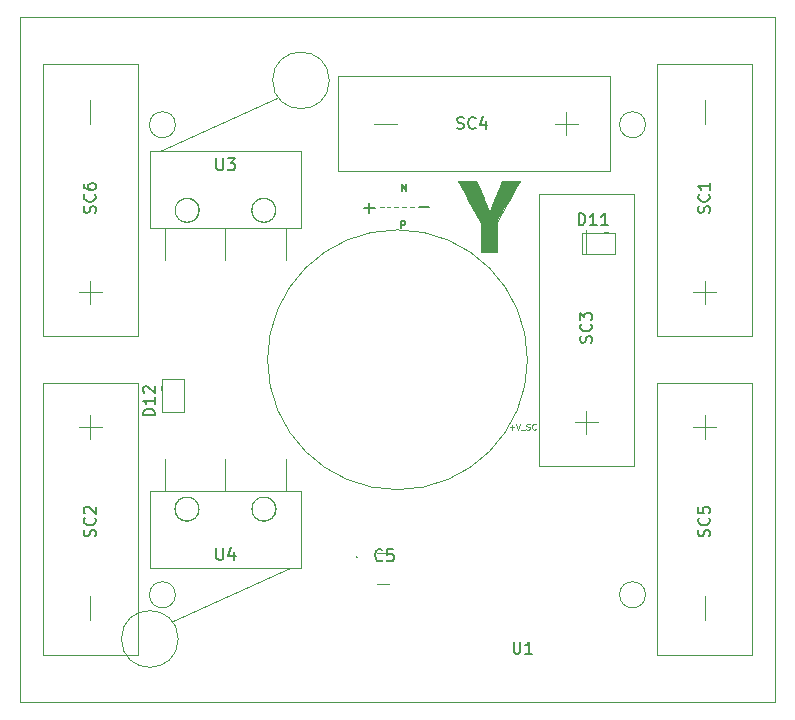
<source format=gbr>
%TF.GenerationSoftware,KiCad,Pcbnew,(5.1.4)-1*%
%TF.CreationDate,2019-10-25T20:54:23-07:00*%
%TF.ProjectId,solarpcd,736f6c61-7270-4636-942e-6b696361645f,rev?*%
%TF.SameCoordinates,Original*%
%TF.FileFunction,Legend,Top*%
%TF.FilePolarity,Positive*%
%FSLAX46Y46*%
G04 Gerber Fmt 4.6, Leading zero omitted, Abs format (unit mm)*
G04 Created by KiCad (PCBNEW (5.1.4)-1) date 2019-10-25 20:54:23*
%MOMM*%
%LPD*%
G04 APERTURE LIST*
%ADD10C,0.050000*%
%ADD11C,0.100000*%
%ADD12C,0.120000*%
%ADD13C,0.203200*%
%ADD14C,0.127000*%
%ADD15C,0.010000*%
%ADD16C,0.150000*%
G04 APERTURE END LIST*
D10*
X156000000Y-99000000D02*
G75*
G03X156000000Y-99000000I-11000000J0D01*
G01*
D11*
X154516666Y-104735714D02*
X154897619Y-104735714D01*
X154707142Y-104926190D02*
X154707142Y-104545238D01*
X155064285Y-104426190D02*
X155230952Y-104926190D01*
X155397619Y-104426190D01*
X155445238Y-104973809D02*
X155826190Y-104973809D01*
X155921428Y-104902380D02*
X155992857Y-104926190D01*
X156111904Y-104926190D01*
X156159523Y-104902380D01*
X156183333Y-104878571D01*
X156207142Y-104830952D01*
X156207142Y-104783333D01*
X156183333Y-104735714D01*
X156159523Y-104711904D01*
X156111904Y-104688095D01*
X156016666Y-104664285D01*
X155969047Y-104640476D01*
X155945238Y-104616666D01*
X155921428Y-104569047D01*
X155921428Y-104521428D01*
X155945238Y-104473809D01*
X155969047Y-104450000D01*
X156016666Y-104426190D01*
X156135714Y-104426190D01*
X156207142Y-104450000D01*
X156707142Y-104878571D02*
X156683333Y-104902380D01*
X156611904Y-104926190D01*
X156564285Y-104926190D01*
X156492857Y-104902380D01*
X156445238Y-104854761D01*
X156421428Y-104807142D01*
X156397619Y-104711904D01*
X156397619Y-104640476D01*
X156421428Y-104545238D01*
X156445238Y-104497619D01*
X156492857Y-104450000D01*
X156564285Y-104426190D01*
X156611904Y-104426190D01*
X156683333Y-104450000D01*
X156707142Y-104473809D01*
D10*
X134727563Y-111650000D02*
G75*
G03X134727563Y-111650000I-1029563J0D01*
G01*
X128202563Y-111650000D02*
G75*
G03X128202563Y-111650000I-1029563J0D01*
G01*
X134704563Y-86350000D02*
G75*
G03X134704563Y-86350000I-1029563J0D01*
G01*
X128229563Y-86350000D02*
G75*
G03X128229563Y-86350000I-1029563J0D01*
G01*
X166000000Y-79100000D02*
G75*
G03X166000000Y-79100000I-1100000J0D01*
G01*
X126200000Y-79100000D02*
G75*
G03X126200000Y-79100000I-1100000J0D01*
G01*
X166000000Y-118900000D02*
G75*
G03X166000000Y-118900000I-1100000J0D01*
G01*
D12*
X126200000Y-118900000D02*
G75*
G03X126200000Y-118900000I-1100000J0D01*
G01*
D11*
X177000000Y-70000000D02*
X113000000Y-70000000D01*
X113000000Y-128000000D02*
X177000000Y-128000000D01*
X177000000Y-128000000D02*
X177000000Y-70000000D01*
X113000000Y-70000000D02*
X113000000Y-128000000D01*
D13*
X146821071Y-86060642D02*
X147691928Y-86060642D01*
D14*
X145312190Y-87853761D02*
X145312190Y-87218761D01*
X145554095Y-87218761D01*
X145614571Y-87249000D01*
X145644809Y-87279238D01*
X145675047Y-87339714D01*
X145675047Y-87430428D01*
X145644809Y-87490904D01*
X145614571Y-87521142D01*
X145554095Y-87551380D01*
X145312190Y-87551380D01*
X145723428Y-84104238D02*
X145723428Y-84739238D01*
X145360571Y-84104238D01*
X145360571Y-84739238D01*
D13*
X142185571Y-86124142D02*
X143056428Y-86124142D01*
X142621000Y-86559571D02*
X142621000Y-85688714D01*
D12*
X143827500Y-86042500D02*
X143510000Y-86042500D01*
X145034000Y-86042500D02*
X144716500Y-86042500D01*
X144081500Y-86042500D02*
X144399000Y-86042500D01*
X145415000Y-86042500D02*
X145732500Y-86042500D01*
X146367500Y-86042500D02*
X146050000Y-86042500D01*
D15*
G36*
X152041594Y-84724875D02*
G01*
X152132989Y-84939734D01*
X152215086Y-85133253D01*
X152288698Y-85307390D01*
X152354637Y-85464106D01*
X152413714Y-85605361D01*
X152466741Y-85733115D01*
X152514530Y-85849328D01*
X152557893Y-85955960D01*
X152597642Y-86054972D01*
X152634589Y-86148323D01*
X152669545Y-86237974D01*
X152685993Y-86280625D01*
X152711452Y-86345488D01*
X152734303Y-86401116D01*
X152752841Y-86443563D01*
X152765364Y-86468881D01*
X152769600Y-86474299D01*
X152778091Y-86463295D01*
X152792329Y-86434132D01*
X152809558Y-86392586D01*
X152813526Y-86382225D01*
X152847743Y-86291852D01*
X152880809Y-86205230D01*
X152913519Y-86120401D01*
X152946673Y-86035410D01*
X152981068Y-85948299D01*
X153017500Y-85857112D01*
X153056767Y-85759891D01*
X153099668Y-85654680D01*
X153146998Y-85539521D01*
X153199557Y-85412459D01*
X153258140Y-85271535D01*
X153323546Y-85114794D01*
X153396572Y-84940279D01*
X153478016Y-84746032D01*
X153556210Y-84559775D01*
X153840245Y-83883500D01*
X155359993Y-83883500D01*
X155345097Y-83912075D01*
X155337261Y-83926191D01*
X155317614Y-83961206D01*
X155286839Y-84015905D01*
X155245623Y-84089073D01*
X155194651Y-84179495D01*
X155134608Y-84285957D01*
X155066180Y-84407245D01*
X154990051Y-84542144D01*
X154906908Y-84689439D01*
X154817436Y-84847916D01*
X154722319Y-85016360D01*
X154622244Y-85193557D01*
X154517896Y-85378293D01*
X154409960Y-85569352D01*
X154360400Y-85657070D01*
X153390600Y-87373490D01*
X153390600Y-89877900D01*
X152031700Y-89877900D01*
X152031700Y-87427888D01*
X151085550Y-85660734D01*
X150980014Y-85463590D01*
X150877783Y-85272558D01*
X150779496Y-85088836D01*
X150685793Y-84913621D01*
X150597312Y-84748110D01*
X150514694Y-84593500D01*
X150438576Y-84450990D01*
X150369599Y-84321777D01*
X150308402Y-84207057D01*
X150255625Y-84108029D01*
X150211905Y-84025890D01*
X150177883Y-83961837D01*
X150154199Y-83917068D01*
X150141490Y-83892780D01*
X150139400Y-83888539D01*
X150151736Y-83887642D01*
X150187292Y-83886796D01*
X150243886Y-83886015D01*
X150319337Y-83885314D01*
X150411465Y-83884707D01*
X150518088Y-83884207D01*
X150637027Y-83883830D01*
X150766099Y-83883590D01*
X150903125Y-83883500D01*
X151683319Y-83883500D01*
X152041594Y-84724875D01*
X152041594Y-84724875D01*
G37*
X152041594Y-84724875D02*
X152132989Y-84939734D01*
X152215086Y-85133253D01*
X152288698Y-85307390D01*
X152354637Y-85464106D01*
X152413714Y-85605361D01*
X152466741Y-85733115D01*
X152514530Y-85849328D01*
X152557893Y-85955960D01*
X152597642Y-86054972D01*
X152634589Y-86148323D01*
X152669545Y-86237974D01*
X152685993Y-86280625D01*
X152711452Y-86345488D01*
X152734303Y-86401116D01*
X152752841Y-86443563D01*
X152765364Y-86468881D01*
X152769600Y-86474299D01*
X152778091Y-86463295D01*
X152792329Y-86434132D01*
X152809558Y-86392586D01*
X152813526Y-86382225D01*
X152847743Y-86291852D01*
X152880809Y-86205230D01*
X152913519Y-86120401D01*
X152946673Y-86035410D01*
X152981068Y-85948299D01*
X153017500Y-85857112D01*
X153056767Y-85759891D01*
X153099668Y-85654680D01*
X153146998Y-85539521D01*
X153199557Y-85412459D01*
X153258140Y-85271535D01*
X153323546Y-85114794D01*
X153396572Y-84940279D01*
X153478016Y-84746032D01*
X153556210Y-84559775D01*
X153840245Y-83883500D01*
X155359993Y-83883500D01*
X155345097Y-83912075D01*
X155337261Y-83926191D01*
X155317614Y-83961206D01*
X155286839Y-84015905D01*
X155245623Y-84089073D01*
X155194651Y-84179495D01*
X155134608Y-84285957D01*
X155066180Y-84407245D01*
X154990051Y-84542144D01*
X154906908Y-84689439D01*
X154817436Y-84847916D01*
X154722319Y-85016360D01*
X154622244Y-85193557D01*
X154517896Y-85378293D01*
X154409960Y-85569352D01*
X154360400Y-85657070D01*
X153390600Y-87373490D01*
X153390600Y-89877900D01*
X152031700Y-89877900D01*
X152031700Y-87427888D01*
X151085550Y-85660734D01*
X150980014Y-85463590D01*
X150877783Y-85272558D01*
X150779496Y-85088836D01*
X150685793Y-84913621D01*
X150597312Y-84748110D01*
X150514694Y-84593500D01*
X150438576Y-84450990D01*
X150369599Y-84321777D01*
X150308402Y-84207057D01*
X150255625Y-84108029D01*
X150211905Y-84025890D01*
X150177883Y-83961837D01*
X150154199Y-83917068D01*
X150141490Y-83892780D01*
X150139400Y-83888539D01*
X150151736Y-83887642D01*
X150187292Y-83886796D01*
X150243886Y-83886015D01*
X150319337Y-83885314D01*
X150411465Y-83884707D01*
X150518088Y-83884207D01*
X150637027Y-83883830D01*
X150766099Y-83883590D01*
X150903125Y-83883500D01*
X151683319Y-83883500D01*
X152041594Y-84724875D01*
D12*
X135529000Y-107442000D02*
X135529000Y-110042000D01*
X130429000Y-107442000D02*
X130429000Y-110042000D01*
X125329000Y-107442000D02*
X125329000Y-110042000D01*
X136829000Y-116642000D02*
X124029000Y-116642000D01*
X124029000Y-110142000D02*
X124029000Y-116642000D01*
X124029000Y-110142000D02*
X136829000Y-110142000D01*
X136829000Y-116642000D02*
X136829000Y-110142000D01*
X128179000Y-111642000D02*
G75*
G03X128179000Y-111642000I-1000000J0D01*
G01*
X134679000Y-111642000D02*
G75*
G03X134679000Y-111642000I-1000000J0D01*
G01*
X126429000Y-122642000D02*
G75*
G03X126429000Y-122642000I-2400000J0D01*
G01*
X135929000Y-116642000D02*
X126029000Y-121142000D01*
X125329000Y-90551000D02*
X125329000Y-87951000D01*
X130429000Y-90551000D02*
X130429000Y-87951000D01*
X135529000Y-90551000D02*
X135529000Y-87951000D01*
X124029000Y-81351000D02*
X136829000Y-81351000D01*
X136829000Y-87851000D02*
X136829000Y-81351000D01*
X136829000Y-87851000D02*
X124029000Y-87851000D01*
X124029000Y-81351000D02*
X124029000Y-87851000D01*
X134679000Y-86351000D02*
G75*
G03X134679000Y-86351000I-1000000J0D01*
G01*
X128179000Y-86351000D02*
G75*
G03X128179000Y-86351000I-1000000J0D01*
G01*
X139229000Y-75351000D02*
G75*
G03X139229000Y-75351000I-2400000J0D01*
G01*
X124929000Y-81351000D02*
X134829000Y-76851000D01*
D11*
X143264000Y-115349500D02*
X144264000Y-115346500D01*
X143264000Y-117949500D02*
X144264000Y-117956500D01*
X141564000Y-115699500D02*
X141564000Y-115699500D01*
X141464000Y-115699500D02*
X141464000Y-115699500D01*
X141464000Y-115699500D02*
G75*
G02X141564000Y-115699500I50000J0D01*
G01*
X141564000Y-115699500D02*
G75*
G02X141464000Y-115699500I-50000J0D01*
G01*
D12*
X115000000Y-97000000D02*
X115000000Y-74000000D01*
X115000000Y-74000000D02*
X123000000Y-74000000D01*
X123000000Y-74000000D02*
X123000000Y-97000000D01*
X123000000Y-97000000D02*
X115000000Y-97000000D01*
X118000000Y-93300000D02*
X120000000Y-93300000D01*
X119000000Y-94300000D02*
X119000000Y-92300000D01*
X119000000Y-79000000D02*
X119000000Y-77000000D01*
X175000000Y-101000000D02*
X175000000Y-124000000D01*
X175000000Y-124000000D02*
X167000000Y-124000000D01*
X167000000Y-124000000D02*
X167000000Y-101000000D01*
X167000000Y-101000000D02*
X175000000Y-101000000D01*
X172000000Y-104700000D02*
X170000000Y-104700000D01*
X171000000Y-103700000D02*
X171000000Y-105700000D01*
X171000000Y-119000000D02*
X171000000Y-121000000D01*
X163000000Y-83000000D02*
X140000000Y-83000000D01*
X140000000Y-83000000D02*
X140000000Y-75000000D01*
X140000000Y-75000000D02*
X163000000Y-75000000D01*
X163000000Y-75000000D02*
X163000000Y-83000000D01*
X159300000Y-80000000D02*
X159300000Y-78000000D01*
X160300000Y-79000000D02*
X158300000Y-79000000D01*
X145000000Y-79000000D02*
X143000000Y-79000000D01*
X157000000Y-108000000D02*
X157000000Y-85000000D01*
X157000000Y-85000000D02*
X165000000Y-85000000D01*
X165000000Y-85000000D02*
X165000000Y-108000000D01*
X165000000Y-108000000D02*
X157000000Y-108000000D01*
X160000000Y-104300000D02*
X162000000Y-104300000D01*
X161000000Y-105300000D02*
X161000000Y-103300000D01*
X161000000Y-90000000D02*
X161000000Y-88000000D01*
X123000000Y-101000000D02*
X123000000Y-124000000D01*
X123000000Y-124000000D02*
X115000000Y-124000000D01*
X115000000Y-124000000D02*
X115000000Y-101000000D01*
X115000000Y-101000000D02*
X123000000Y-101000000D01*
X120000000Y-104700000D02*
X118000000Y-104700000D01*
X119000000Y-103700000D02*
X119000000Y-105700000D01*
X119000000Y-119000000D02*
X119000000Y-121000000D01*
X167000000Y-97000000D02*
X167000000Y-74000000D01*
X167000000Y-74000000D02*
X175000000Y-74000000D01*
X175000000Y-74000000D02*
X175000000Y-97000000D01*
X175000000Y-97000000D02*
X167000000Y-97000000D01*
X170000000Y-93300000D02*
X172000000Y-93300000D01*
X171000000Y-94300000D02*
X171000000Y-92300000D01*
X171000000Y-79000000D02*
X171000000Y-77000000D01*
X126900000Y-103400000D02*
X125100000Y-103400000D01*
X125100000Y-103400000D02*
X125100000Y-100600000D01*
X125100000Y-100600000D02*
X126900000Y-100600000D01*
X126900000Y-100600000D02*
X126900000Y-103400000D01*
X125000000Y-101200000D02*
X125000000Y-101600000D01*
X160652000Y-90054000D02*
X160652000Y-88254000D01*
X160652000Y-88254000D02*
X163452000Y-88254000D01*
X163452000Y-88254000D02*
X163452000Y-90054000D01*
X163452000Y-90054000D02*
X160652000Y-90054000D01*
X162852000Y-88154000D02*
X162452000Y-88154000D01*
D16*
X143724333Y-115954142D02*
X143676714Y-116001761D01*
X143533857Y-116049380D01*
X143438619Y-116049380D01*
X143295761Y-116001761D01*
X143200523Y-115906523D01*
X143152904Y-115811285D01*
X143105285Y-115620809D01*
X143105285Y-115477952D01*
X143152904Y-115287476D01*
X143200523Y-115192238D01*
X143295761Y-115097000D01*
X143438619Y-115049380D01*
X143533857Y-115049380D01*
X143676714Y-115097000D01*
X143724333Y-115144619D01*
X144629095Y-115049380D02*
X144152904Y-115049380D01*
X144105285Y-115525571D01*
X144152904Y-115477952D01*
X144248142Y-115430333D01*
X144486238Y-115430333D01*
X144581476Y-115477952D01*
X144629095Y-115525571D01*
X144676714Y-115620809D01*
X144676714Y-115858904D01*
X144629095Y-115954142D01*
X144581476Y-116001761D01*
X144486238Y-116049380D01*
X144248142Y-116049380D01*
X144152904Y-116001761D01*
X144105285Y-115954142D01*
X129667095Y-114944380D02*
X129667095Y-115753904D01*
X129714714Y-115849142D01*
X129762333Y-115896761D01*
X129857571Y-115944380D01*
X130048047Y-115944380D01*
X130143285Y-115896761D01*
X130190904Y-115849142D01*
X130238523Y-115753904D01*
X130238523Y-114944380D01*
X131143285Y-115277714D02*
X131143285Y-115944380D01*
X130905190Y-114896761D02*
X130667095Y-115611047D01*
X131286142Y-115611047D01*
X129667095Y-81953380D02*
X129667095Y-82762904D01*
X129714714Y-82858142D01*
X129762333Y-82905761D01*
X129857571Y-82953380D01*
X130048047Y-82953380D01*
X130143285Y-82905761D01*
X130190904Y-82858142D01*
X130238523Y-82762904D01*
X130238523Y-81953380D01*
X130619476Y-81953380D02*
X131238523Y-81953380D01*
X130905190Y-82334333D01*
X131048047Y-82334333D01*
X131143285Y-82381952D01*
X131190904Y-82429571D01*
X131238523Y-82524809D01*
X131238523Y-82762904D01*
X131190904Y-82858142D01*
X131143285Y-82905761D01*
X131048047Y-82953380D01*
X130762333Y-82953380D01*
X130667095Y-82905761D01*
X130619476Y-82858142D01*
X154834095Y-122882380D02*
X154834095Y-123691904D01*
X154881714Y-123787142D01*
X154929333Y-123834761D01*
X155024571Y-123882380D01*
X155215047Y-123882380D01*
X155310285Y-123834761D01*
X155357904Y-123787142D01*
X155405523Y-123691904D01*
X155405523Y-122882380D01*
X156405523Y-123882380D02*
X155834095Y-123882380D01*
X156119809Y-123882380D02*
X156119809Y-122882380D01*
X156024571Y-123025238D01*
X155929333Y-123120476D01*
X155834095Y-123168095D01*
X119404761Y-86561904D02*
X119452380Y-86419047D01*
X119452380Y-86180952D01*
X119404761Y-86085714D01*
X119357142Y-86038095D01*
X119261904Y-85990476D01*
X119166666Y-85990476D01*
X119071428Y-86038095D01*
X119023809Y-86085714D01*
X118976190Y-86180952D01*
X118928571Y-86371428D01*
X118880952Y-86466666D01*
X118833333Y-86514285D01*
X118738095Y-86561904D01*
X118642857Y-86561904D01*
X118547619Y-86514285D01*
X118500000Y-86466666D01*
X118452380Y-86371428D01*
X118452380Y-86133333D01*
X118500000Y-85990476D01*
X119357142Y-84990476D02*
X119404761Y-85038095D01*
X119452380Y-85180952D01*
X119452380Y-85276190D01*
X119404761Y-85419047D01*
X119309523Y-85514285D01*
X119214285Y-85561904D01*
X119023809Y-85609523D01*
X118880952Y-85609523D01*
X118690476Y-85561904D01*
X118595238Y-85514285D01*
X118500000Y-85419047D01*
X118452380Y-85276190D01*
X118452380Y-85180952D01*
X118500000Y-85038095D01*
X118547619Y-84990476D01*
X118452380Y-84133333D02*
X118452380Y-84323809D01*
X118500000Y-84419047D01*
X118547619Y-84466666D01*
X118690476Y-84561904D01*
X118880952Y-84609523D01*
X119261904Y-84609523D01*
X119357142Y-84561904D01*
X119404761Y-84514285D01*
X119452380Y-84419047D01*
X119452380Y-84228571D01*
X119404761Y-84133333D01*
X119357142Y-84085714D01*
X119261904Y-84038095D01*
X119023809Y-84038095D01*
X118928571Y-84085714D01*
X118880952Y-84133333D01*
X118833333Y-84228571D01*
X118833333Y-84419047D01*
X118880952Y-84514285D01*
X118928571Y-84561904D01*
X119023809Y-84609523D01*
X171404761Y-113961904D02*
X171452380Y-113819047D01*
X171452380Y-113580952D01*
X171404761Y-113485714D01*
X171357142Y-113438095D01*
X171261904Y-113390476D01*
X171166666Y-113390476D01*
X171071428Y-113438095D01*
X171023809Y-113485714D01*
X170976190Y-113580952D01*
X170928571Y-113771428D01*
X170880952Y-113866666D01*
X170833333Y-113914285D01*
X170738095Y-113961904D01*
X170642857Y-113961904D01*
X170547619Y-113914285D01*
X170500000Y-113866666D01*
X170452380Y-113771428D01*
X170452380Y-113533333D01*
X170500000Y-113390476D01*
X171357142Y-112390476D02*
X171404761Y-112438095D01*
X171452380Y-112580952D01*
X171452380Y-112676190D01*
X171404761Y-112819047D01*
X171309523Y-112914285D01*
X171214285Y-112961904D01*
X171023809Y-113009523D01*
X170880952Y-113009523D01*
X170690476Y-112961904D01*
X170595238Y-112914285D01*
X170500000Y-112819047D01*
X170452380Y-112676190D01*
X170452380Y-112580952D01*
X170500000Y-112438095D01*
X170547619Y-112390476D01*
X170452380Y-111485714D02*
X170452380Y-111961904D01*
X170928571Y-112009523D01*
X170880952Y-111961904D01*
X170833333Y-111866666D01*
X170833333Y-111628571D01*
X170880952Y-111533333D01*
X170928571Y-111485714D01*
X171023809Y-111438095D01*
X171261904Y-111438095D01*
X171357142Y-111485714D01*
X171404761Y-111533333D01*
X171452380Y-111628571D01*
X171452380Y-111866666D01*
X171404761Y-111961904D01*
X171357142Y-112009523D01*
X150038095Y-79404761D02*
X150180952Y-79452380D01*
X150419047Y-79452380D01*
X150514285Y-79404761D01*
X150561904Y-79357142D01*
X150609523Y-79261904D01*
X150609523Y-79166666D01*
X150561904Y-79071428D01*
X150514285Y-79023809D01*
X150419047Y-78976190D01*
X150228571Y-78928571D01*
X150133333Y-78880952D01*
X150085714Y-78833333D01*
X150038095Y-78738095D01*
X150038095Y-78642857D01*
X150085714Y-78547619D01*
X150133333Y-78500000D01*
X150228571Y-78452380D01*
X150466666Y-78452380D01*
X150609523Y-78500000D01*
X151609523Y-79357142D02*
X151561904Y-79404761D01*
X151419047Y-79452380D01*
X151323809Y-79452380D01*
X151180952Y-79404761D01*
X151085714Y-79309523D01*
X151038095Y-79214285D01*
X150990476Y-79023809D01*
X150990476Y-78880952D01*
X151038095Y-78690476D01*
X151085714Y-78595238D01*
X151180952Y-78500000D01*
X151323809Y-78452380D01*
X151419047Y-78452380D01*
X151561904Y-78500000D01*
X151609523Y-78547619D01*
X152466666Y-78785714D02*
X152466666Y-79452380D01*
X152228571Y-78404761D02*
X151990476Y-79119047D01*
X152609523Y-79119047D01*
X161404761Y-97561904D02*
X161452380Y-97419047D01*
X161452380Y-97180952D01*
X161404761Y-97085714D01*
X161357142Y-97038095D01*
X161261904Y-96990476D01*
X161166666Y-96990476D01*
X161071428Y-97038095D01*
X161023809Y-97085714D01*
X160976190Y-97180952D01*
X160928571Y-97371428D01*
X160880952Y-97466666D01*
X160833333Y-97514285D01*
X160738095Y-97561904D01*
X160642857Y-97561904D01*
X160547619Y-97514285D01*
X160500000Y-97466666D01*
X160452380Y-97371428D01*
X160452380Y-97133333D01*
X160500000Y-96990476D01*
X161357142Y-95990476D02*
X161404761Y-96038095D01*
X161452380Y-96180952D01*
X161452380Y-96276190D01*
X161404761Y-96419047D01*
X161309523Y-96514285D01*
X161214285Y-96561904D01*
X161023809Y-96609523D01*
X160880952Y-96609523D01*
X160690476Y-96561904D01*
X160595238Y-96514285D01*
X160500000Y-96419047D01*
X160452380Y-96276190D01*
X160452380Y-96180952D01*
X160500000Y-96038095D01*
X160547619Y-95990476D01*
X160452380Y-95657142D02*
X160452380Y-95038095D01*
X160833333Y-95371428D01*
X160833333Y-95228571D01*
X160880952Y-95133333D01*
X160928571Y-95085714D01*
X161023809Y-95038095D01*
X161261904Y-95038095D01*
X161357142Y-95085714D01*
X161404761Y-95133333D01*
X161452380Y-95228571D01*
X161452380Y-95514285D01*
X161404761Y-95609523D01*
X161357142Y-95657142D01*
X119404761Y-113961904D02*
X119452380Y-113819047D01*
X119452380Y-113580952D01*
X119404761Y-113485714D01*
X119357142Y-113438095D01*
X119261904Y-113390476D01*
X119166666Y-113390476D01*
X119071428Y-113438095D01*
X119023809Y-113485714D01*
X118976190Y-113580952D01*
X118928571Y-113771428D01*
X118880952Y-113866666D01*
X118833333Y-113914285D01*
X118738095Y-113961904D01*
X118642857Y-113961904D01*
X118547619Y-113914285D01*
X118500000Y-113866666D01*
X118452380Y-113771428D01*
X118452380Y-113533333D01*
X118500000Y-113390476D01*
X119357142Y-112390476D02*
X119404761Y-112438095D01*
X119452380Y-112580952D01*
X119452380Y-112676190D01*
X119404761Y-112819047D01*
X119309523Y-112914285D01*
X119214285Y-112961904D01*
X119023809Y-113009523D01*
X118880952Y-113009523D01*
X118690476Y-112961904D01*
X118595238Y-112914285D01*
X118500000Y-112819047D01*
X118452380Y-112676190D01*
X118452380Y-112580952D01*
X118500000Y-112438095D01*
X118547619Y-112390476D01*
X118547619Y-112009523D02*
X118500000Y-111961904D01*
X118452380Y-111866666D01*
X118452380Y-111628571D01*
X118500000Y-111533333D01*
X118547619Y-111485714D01*
X118642857Y-111438095D01*
X118738095Y-111438095D01*
X118880952Y-111485714D01*
X119452380Y-112057142D01*
X119452380Y-111438095D01*
X171404761Y-86561904D02*
X171452380Y-86419047D01*
X171452380Y-86180952D01*
X171404761Y-86085714D01*
X171357142Y-86038095D01*
X171261904Y-85990476D01*
X171166666Y-85990476D01*
X171071428Y-86038095D01*
X171023809Y-86085714D01*
X170976190Y-86180952D01*
X170928571Y-86371428D01*
X170880952Y-86466666D01*
X170833333Y-86514285D01*
X170738095Y-86561904D01*
X170642857Y-86561904D01*
X170547619Y-86514285D01*
X170500000Y-86466666D01*
X170452380Y-86371428D01*
X170452380Y-86133333D01*
X170500000Y-85990476D01*
X171357142Y-84990476D02*
X171404761Y-85038095D01*
X171452380Y-85180952D01*
X171452380Y-85276190D01*
X171404761Y-85419047D01*
X171309523Y-85514285D01*
X171214285Y-85561904D01*
X171023809Y-85609523D01*
X170880952Y-85609523D01*
X170690476Y-85561904D01*
X170595238Y-85514285D01*
X170500000Y-85419047D01*
X170452380Y-85276190D01*
X170452380Y-85180952D01*
X170500000Y-85038095D01*
X170547619Y-84990476D01*
X171452380Y-84038095D02*
X171452380Y-84609523D01*
X171452380Y-84323809D02*
X170452380Y-84323809D01*
X170595238Y-84419047D01*
X170690476Y-84514285D01*
X170738095Y-84609523D01*
X124452380Y-103714285D02*
X123452380Y-103714285D01*
X123452380Y-103476190D01*
X123500000Y-103333333D01*
X123595238Y-103238095D01*
X123690476Y-103190476D01*
X123880952Y-103142857D01*
X124023809Y-103142857D01*
X124214285Y-103190476D01*
X124309523Y-103238095D01*
X124404761Y-103333333D01*
X124452380Y-103476190D01*
X124452380Y-103714285D01*
X124452380Y-102190476D02*
X124452380Y-102761904D01*
X124452380Y-102476190D02*
X123452380Y-102476190D01*
X123595238Y-102571428D01*
X123690476Y-102666666D01*
X123738095Y-102761904D01*
X123547619Y-101809523D02*
X123500000Y-101761904D01*
X123452380Y-101666666D01*
X123452380Y-101428571D01*
X123500000Y-101333333D01*
X123547619Y-101285714D01*
X123642857Y-101238095D01*
X123738095Y-101238095D01*
X123880952Y-101285714D01*
X124452380Y-101857142D01*
X124452380Y-101238095D01*
X160337714Y-87606380D02*
X160337714Y-86606380D01*
X160575809Y-86606380D01*
X160718666Y-86654000D01*
X160813904Y-86749238D01*
X160861523Y-86844476D01*
X160909142Y-87034952D01*
X160909142Y-87177809D01*
X160861523Y-87368285D01*
X160813904Y-87463523D01*
X160718666Y-87558761D01*
X160575809Y-87606380D01*
X160337714Y-87606380D01*
X161861523Y-87606380D02*
X161290095Y-87606380D01*
X161575809Y-87606380D02*
X161575809Y-86606380D01*
X161480571Y-86749238D01*
X161385333Y-86844476D01*
X161290095Y-86892095D01*
X162813904Y-87606380D02*
X162242476Y-87606380D01*
X162528190Y-87606380D02*
X162528190Y-86606380D01*
X162432952Y-86749238D01*
X162337714Y-86844476D01*
X162242476Y-86892095D01*
M02*

</source>
